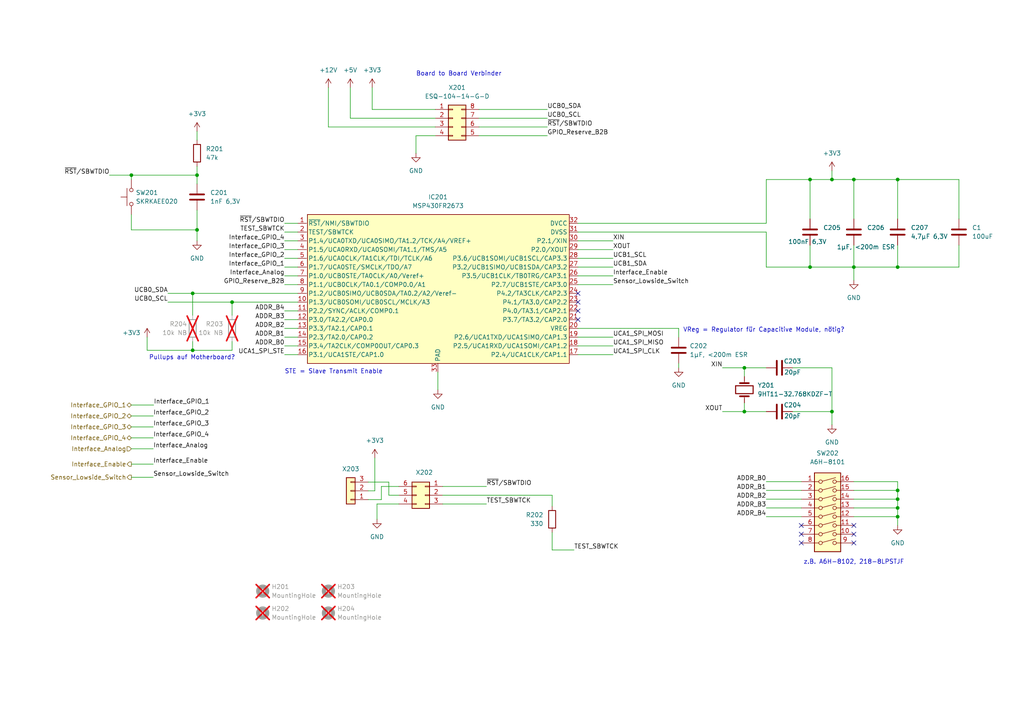
<source format=kicad_sch>
(kicad_sch (version 20250114) (generator "eeschema") (generator_version "9.0")
  (paper "A4")
  (lib_symbols
    (symbol "Connector_Generic:Conn_01x03" (pin_names (offset 1.016) (hide yes))
      (property "Reference" "J" (at 0 5.08 0))
      (property "Value" "Conn_01x03" (at 0 -5.08 0))
      (symbol "Conn_01x03_1_1"
        (rectangle (start -1.27 3.81) (end 1.27 -3.81) (stroke (width 0.254)) (fill (type background)))
        (rectangle (start -1.27 2.667) (end 0 2.413) (stroke (width 0.1524)))
        (rectangle (start -1.27 0.127) (end 0 -0.127) (stroke (width 0.1524)))
        (rectangle (start -1.27 -2.413) (end 0 -2.667) (stroke (width 0.1524)))
        (pin passive line (at -5.08 2.54 0) (length 3.81) (name "Pin_1") (number "1"))
        (pin passive line (at -5.08 0 0) (length 3.81) (name "Pin_2") (number "2"))
        (pin passive line (at -5.08 -2.54 0) (length 3.81) (name "Pin_3") (number "3"))
      )
    )
    (symbol "Connector_Generic:Conn_02x03_Counter_Clockwise" (pin_names (offset 1.016) (hide yes))
      (property "Reference" "J" (at 1.27 5.08 0))
      (property "Value" "Conn_02x03_Counter_Clockwise" (at 1.27 -5.08 0))
      (symbol "Conn_02x03_Counter_Clockwise_1_1"
        (rectangle (start -1.27 3.81) (end 3.81 -3.81) (stroke (width 0.254)) (fill (type background)))
        (rectangle (start -1.27 2.667) (end 0 2.413) (stroke (width 0.1524)))
        (rectangle (start -1.27 0.127) (end 0 -0.127) (stroke (width 0.1524)))
        (rectangle (start -1.27 -2.413) (end 0 -2.667) (stroke (width 0.1524)))
        (rectangle (start 3.81 2.667) (end 2.54 2.413) (stroke (width 0.1524)))
        (rectangle (start 3.81 0.127) (end 2.54 -0.127) (stroke (width 0.1524)))
        (rectangle (start 3.81 -2.413) (end 2.54 -2.667) (stroke (width 0.1524)))
        (pin passive line (at -5.08 2.54 0) (length 3.81) (name "Pin_1") (number "1"))
        (pin passive line (at -5.08 0 0) (length 3.81) (name "Pin_2") (number "2"))
        (pin passive line (at -5.08 -2.54 0) (length 3.81) (name "Pin_3") (number "3"))
        (pin passive line (at 7.62 2.54 180) (length 3.81) (name "Pin_6") (number "6"))
        (pin passive line (at 7.62 0 180) (length 3.81) (name "Pin_5") (number "5"))
        (pin passive line (at 7.62 -2.54 180) (length 3.81) (name "Pin_4") (number "4"))
      )
    )
    (symbol "Connector_Generic:Conn_02x04_Counter_Clockwise" (pin_names (offset 1.016) (hide yes))
      (property "Reference" "J" (at 1.27 5.08 0))
      (property "Value" "Conn_02x04_Counter_Clockwise" (at 1.27 -7.62 0))
      (symbol "Conn_02x04_Counter_Clockwise_1_1"
        (rectangle (start -1.27 3.81) (end 3.81 -6.35) (stroke (width 0.254)) (fill (type background)))
        (rectangle (start -1.27 2.667) (end 0 2.413) (stroke (width 0.1524)))
        (rectangle (start -1.27 0.127) (end 0 -0.127) (stroke (width 0.1524)))
        (rectangle (start -1.27 -2.413) (end 0 -2.667) (stroke (width 0.1524)))
        (rectangle (start -1.27 -4.953) (end 0 -5.207) (stroke (width 0.1524)))
        (rectangle (start 3.81 2.667) (end 2.54 2.413) (stroke (width 0.1524)))
        (rectangle (start 3.81 0.127) (end 2.54 -0.127) (stroke (width 0.1524)))
        (rectangle (start 3.81 -2.413) (end 2.54 -2.667) (stroke (width 0.1524)))
        (rectangle (start 3.81 -4.953) (end 2.54 -5.207) (stroke (width 0.1524)))
        (pin passive line (at -5.08 2.54 0) (length 3.81) (name "Pin_1") (number "1"))
        (pin passive line (at -5.08 0 0) (length 3.81) (name "Pin_2") (number "2"))
        (pin passive line (at -5.08 -2.54 0) (length 3.81) (name "Pin_3") (number "3"))
        (pin passive line (at -5.08 -5.08 0) (length 3.81) (name "Pin_4") (number "4"))
        (pin passive line (at 7.62 2.54 180) (length 3.81) (name "Pin_8") (number "8"))
        (pin passive line (at 7.62 0 180) (length 3.81) (name "Pin_7") (number "7"))
        (pin passive line (at 7.62 -2.54 180) (length 3.81) (name "Pin_6") (number "6"))
        (pin passive line (at 7.62 -5.08 180) (length 3.81) (name "Pin_5") (number "5"))
      )
    )
    (symbol "Device:C" (pin_numbers (hide yes)) (pin_names (offset 0.254))
      (property "Reference" "C" (at 0.635 2.54 0))
      (property "Value" "C" (at 0.635 -2.54 0))
      (symbol "C_0_1"
        (polyline (pts (xy -2.032 0.762) (xy 2.032 0.762)) (stroke (width 0.508)))
        (polyline (pts (xy -2.032 -0.762) (xy 2.032 -0.762)) (stroke (width 0.508)))
      )
      (symbol "C_1_1"
        (pin passive line (at 0 3.81 270) (length 2.794) (name "~") (number "1"))
        (pin passive line (at 0 -3.81 90) (length 2.794) (name "~") (number "2"))
      )
    )
    (symbol "Device:Crystal" (pin_numbers (hide yes)) (pin_names (offset 1.016) (hide yes))
      (property "Reference" "Y" (at 0 3.81 0))
      (property "Value" "Crystal" (at 0 -3.81 0))
      (symbol "Crystal_0_1"
        (polyline (pts (xy -2.54 0) (xy -1.905 0)))
        (polyline (pts (xy -1.905 -1.27) (xy -1.905 1.27)) (stroke (width 0.508)))
        (rectangle (start -1.143 2.54) (end 1.143 -2.54) (stroke (width 0.3048)))
        (polyline (pts (xy 1.905 -1.27) (xy 1.905 1.27)) (stroke (width 0.508)))
        (polyline (pts (xy 2.54 0) (xy 1.905 0)))
      )
      (symbol "Crystal_1_1"
        (pin passive line (at -3.81 0 0) (length 1.27) (name "1") (number "1"))
        (pin passive line (at 3.81 0 180) (length 1.27) (name "2") (number "2"))
      )
    )
    (symbol "Device:R" (pin_numbers (hide yes)) (pin_names (offset 0))
      (property "Reference" "R" (at 2.032 0 90))
      (property "Value" "R" (at 0 0 90))
      (symbol "R_0_1"
        (rectangle (start -1.016 -2.54) (end 1.016 2.54) (stroke (width 0.254)))
      )
      (symbol "R_1_1"
        (pin passive line (at 0 3.81 270) (length 1.27) (name "~") (number "1"))
        (pin passive line (at 0 -3.81 90) (length 1.27) (name "~") (number "2"))
      )
    )
    (symbol "HER_Symbole:MSP430FR267*"
      (property "Reference" "U?" (at 39.42 2.54 0))
      (property "Value" "MSP430FR267*" (at 39.42 0 0))
      (symbol "MSP430FR267*_0_1"
        (rectangle (start 0.254 -2.54) (end 76.2 -45.72) (stroke (width 0.2)) (fill (type background)))
      )
      (symbol "MSP430FR267*_1_1"
        (pin bidirectional line (at -2.54 -5.08 0) (length 2.54) (name "~{RST}/NMI/SBWTDIO") (number "1"))
        (pin bidirectional line (at -2.54 -7.62 0) (length 2.54) (name "TEST/SBWTCK") (number "2"))
        (pin bidirectional line (at -2.54 -10.16 0) (length 2.54) (name "P1.4/UCA0TXD/UCA0SIMO/TA1.2/TCK/A4/VREF+") (number "3"))
        (pin bidirectional line (at -2.54 -12.7 0) (length 2.54) (name "P1.5/UCA0RXD/UCA0SOMI/TA1.1/TMS/A5") (number "4"))
        (pin bidirectional line (at -2.54 -15.24 0) (length 2.54) (name "P1.6/UCA0CLK/TA1CLK/TDI/TCLK/A6") (number "5"))
        (pin bidirectional line (at -2.54 -17.78 0) (length 2.54) (name "P1.7/UCA0STE/SMCLK/TDO/A7") (number "6"))
        (pin bidirectional line (at -2.54 -20.32 0) (length 2.54) (name "P1.0/UCB0STE/TA0CLK/A0/Veref+") (number "7"))
        (pin bidirectional line (at -2.54 -22.86 0) (length 2.54) (name "P1.1/UCB0CLK/TA0.1/COMP0.0/A1") (number "8"))
        (pin bidirectional line (at -2.54 -25.4 0) (length 2.54) (name "P1.2/UCB0SIMO/UCB0SDA/TA0.2/A2/Veref-") (number "9"))
        (pin bidirectional line (at -2.54 -27.94 0) (length 2.54) (name "P1.3/UCB0SOMI/UCB0SCL/MCLK/A3") (number "10"))
        (pin bidirectional line (at -2.54 -30.48 0) (length 2.54) (name "P2.2/SYNC/ACLK/COMP0.1") (number "11"))
        (pin bidirectional line (at -2.54 -33.02 0) (length 2.54) (name "P3.0/TA2.2/CAP0.0") (number "12"))
        (pin bidirectional line (at -2.54 -35.56 0) (length 2.54) (name "P3.3/TA2.1/CAP0.1") (number "13"))
        (pin bidirectional line (at -2.54 -38.1 0) (length 2.54) (name "P2.3/TA2.0/CAP0.2") (number "14"))
        (pin bidirectional line (at -2.54 -40.64 0) (length 2.54) (name "P3.4/TA2CLK/COMP0OUT/CAP0.3") (number "15"))
        (pin bidirectional line (at -2.54 -43.18 0) (length 2.54) (name "P3.1/UCA1STE/CAP1.0") (number "16"))
        (pin power_in line (at 38.1 -48.26 90) (length 2.54) (name "PAD") (number "33"))
        (pin power_in line (at 78.74 -5.08 180) (length 2.54) (name "DVCC") (number "32"))
        (pin power_in line (at 78.74 -7.62 180) (length 2.54) (name "DVSS") (number "31"))
        (pin bidirectional line (at 78.74 -10.16 180) (length 2.54) (name "P2.1/XIN") (number "30"))
        (pin bidirectional line (at 78.74 -12.7 180) (length 2.54) (name "P2.0/XOUT") (number "29"))
        (pin bidirectional line (at 78.74 -15.24 180) (length 2.54) (name "P3.6/UCB1SOMI/UCB1SCL/CAP3.3") (number "28"))
        (pin bidirectional line (at 78.74 -17.78 180) (length 2.54) (name "P3.2/UCB1SIMO/UCB1SDA/CAP3.2") (number "27"))
        (pin bidirectional line (at 78.74 -20.32 180) (length 2.54) (name "P3.5/UCB1CLK/TB0TRG/CAP3.1") (number "26"))
        (pin bidirectional line (at 78.74 -22.86 180) (length 2.54) (name "P2.7/UCB1STE/CAP3.0") (number "25"))
        (pin bidirectional line (at 78.74 -25.4 180) (length 2.54) (name "P4.2/TA3CLK/CAP2.3") (number "24"))
        (pin bidirectional line (at 78.74 -27.94 180) (length 2.54) (name "P4.1/TA3.0/CAP2.2") (number "23"))
        (pin bidirectional line (at 78.74 -30.48 180) (length 2.54) (name "P4.0/TA3.1/CAP2.1") (number "22"))
        (pin bidirectional line (at 78.74 -33.02 180) (length 2.54) (name "P3.7/TA3.2/CAP2.0") (number "21"))
        (pin bidirectional line (at 78.74 -35.56 180) (length 2.54) (name "VREG") (number "20"))
        (pin bidirectional line (at 78.74 -38.1 180) (length 2.54) (name "P2.6/UCA1TXD/UCA1SIMO/CAP1.3") (number "19"))
        (pin bidirectional line (at 78.74 -40.64 180) (length 2.54) (name "P2.5/UCA1RXD/UCA1SOMI/CAP1.2") (number "18"))
        (pin bidirectional line (at 78.74 -43.18 180) (length 2.54) (name "P2.4/UCA1CLK/CAP1.1") (number "17"))
      )
    )
    (symbol "Mechanical:MountingHole" (pin_names (offset 1.016))
      (property "Reference" "H" (at 0 5.08 0))
      (property "Value" "MountingHole" (at 0 3.175 0))
      (symbol "MountingHole_0_1"
        (circle (center 0 0) (radius 1.27) (stroke (width 1.27)))
      )
    )
    (symbol "Switch:SW_DIP_x08" (pin_names (offset 0) (hide yes))
      (property "Reference" "SW" (at 0 13.97 0))
      (property "Value" "SW_DIP_x08" (at 0 -11.43 0))
      (symbol "SW_DIP_x08_0_0"
        (circle (center -2.032 10.16) (radius 0.508))
        (circle (center -2.032 7.62) (radius 0.508))
        (circle (center -2.032 5.08) (radius 0.508))
        (circle (center -2.032 2.54) (radius 0.508))
        (circle (center -2.032 0) (radius 0.508))
        (circle (center -2.032 -2.54) (radius 0.508))
        (circle (center -2.032 -5.08) (radius 0.508))
        (circle (center -2.032 -7.62) (radius 0.508))
        (polyline (pts (xy -1.524 10.287) (xy 2.3622 11.3284)))
        (polyline (pts (xy -1.524 7.747) (xy 2.3622 8.7884)))
        (polyline (pts (xy -1.524 5.207) (xy 2.3622 6.2484)))
        (polyline (pts (xy -1.524 2.667) (xy 2.3622 3.7084)))
        (polyline (pts (xy -1.524 0.127) (xy 2.3622 1.1684)))
        (polyline (pts (xy -1.524 -2.3876) (xy 2.3622 -1.3462)))
        (polyline (pts (xy -1.524 -4.9276) (xy 2.3622 -3.8862)))
        (polyline (pts (xy -1.524 -7.4676) (xy 2.3622 -6.4262)))
        (circle (center 2.032 10.16) (radius 0.508))
        (circle (center 2.032 7.62) (radius 0.508))
        (circle (center 2.032 5.08) (radius 0.508))
        (circle (center 2.032 2.54) (radius 0.508))
        (circle (center 2.032 0) (radius 0.508))
        (circle (center 2.032 -2.54) (radius 0.508))
        (circle (center 2.032 -5.08) (radius 0.508))
        (circle (center 2.032 -7.62) (radius 0.508))
      )
      (symbol "SW_DIP_x08_0_1"
        (rectangle (start -3.81 12.7) (end 3.81 -10.16) (stroke (width 0.254)) (fill (type background)))
      )
      (symbol "SW_DIP_x08_1_1"
        (pin passive line (at -7.62 10.16 0) (length 5.08) (name "~") (number "1"))
        (pin passive line (at -7.62 7.62 0) (length 5.08) (name "~") (number "2"))
        (pin passive line (at -7.62 5.08 0) (length 5.08) (name "~") (number "3"))
        (pin passive line (at -7.62 2.54 0) (length 5.08) (name "~") (number "4"))
        (pin passive line (at -7.62 0 0) (length 5.08) (name "~") (number "5"))
        (pin passive line (at -7.62 -2.54 0) (length 5.08) (name "~") (number "6"))
        (pin passive line (at -7.62 -5.08 0) (length 5.08) (name "~") (number "7"))
        (pin passive line (at -7.62 -7.62 0) (length 5.08) (name "~") (number "8"))
        (pin passive line (at 7.62 10.16 180) (length 5.08) (name "~") (number "16"))
        (pin passive line (at 7.62 7.62 180) (length 5.08) (name "~") (number "15"))
        (pin passive line (at 7.62 5.08 180) (length 5.08) (name "~") (number "14"))
        (pin passive line (at 7.62 2.54 180) (length 5.08) (name "~") (number "13"))
        (pin passive line (at 7.62 0 180) (length 5.08) (name "~") (number "12"))
        (pin passive line (at 7.62 -2.54 180) (length 5.08) (name "~") (number "11"))
        (pin passive line (at 7.62 -5.08 180) (length 5.08) (name "~") (number "10"))
        (pin passive line (at 7.62 -7.62 180) (length 5.08) (name "~") (number "9"))
      )
    )
    (symbol "Switch:SW_Push" (pin_numbers (hide yes)) (pin_names (offset 1.016) (hide yes))
      (property "Reference" "SW" (at 1.27 2.54 0))
      (property "Value" "SW_Push" (at 0 -1.524 0))
      (symbol "SW_Push_0_1"
        (circle (center -2.032 0) (radius 0.508))
        (polyline (pts (xy 0 1.27) (xy 0 3.048)))
        (circle (center 2.032 0) (radius 0.508))
        (polyline (pts (xy 2.54 1.27) (xy -2.54 1.27)))
        (pin passive line (at -5.08 0 0) (length 2.54) (name "1") (number "1"))
        (pin passive line (at 5.08 0 180) (length 2.54) (name "2") (number "2"))
      )
    )
    (symbol "power:+12V" (power) (pin_names (offset 0))
      (property "Value" "+12V" (at 0 3.556 0))
      (symbol "+12V_0_1"
        (polyline (pts (xy -0.762 1.27) (xy 0 2.54)))
        (polyline (pts (xy 0 2.54) (xy 0.762 1.27)))
        (polyline (pts (xy 0 0) (xy 0 2.54)))
      )
      (symbol "+12V_1_1"
        (pin power_in line (at 0 0 90) (length 0) (hide yes) (name "+12V") (number "1"))
      )
    )
    (symbol "power:+3.3V" (power) (pin_names (offset 0))
      (property "Value" "+3.3V" (at 0 3.556 0))
      (symbol "+3.3V_0_1"
        (polyline (pts (xy -0.762 1.27) (xy 0 2.54)))
        (polyline (pts (xy 0 2.54) (xy 0.762 1.27)))
        (polyline (pts (xy 0 0) (xy 0 2.54)))
      )
      (symbol "+3.3V_1_1"
        (pin power_in line (at 0 0 90) (length 0) (hide yes) (name "+3V3") (number "1"))
      )
    )
    (symbol "power:+3V3" (power) (pin_names (offset 0))
      (property "Value" "+3V3" (at 0 3.556 0))
      (symbol "+3V3_0_1"
        (polyline (pts (xy -0.762 1.27) (xy 0 2.54)))
        (polyline (pts (xy 0 2.54) (xy 0.762 1.27)))
        (polyline (pts (xy 0 0) (xy 0 2.54)))
      )
      (symbol "+3V3_1_1"
        (pin power_in line (at 0 0 90) (length 0) (hide yes) (name "+3V3") (number "1"))
      )
    )
    (symbol "power:+5V" (power) (pin_names (offset 0))
      (property "Value" "+5V" (at 0 3.556 0))
      (symbol "+5V_0_1"
        (polyline (pts (xy -0.762 1.27) (xy 0 2.54)))
        (polyline (pts (xy 0 2.54) (xy 0.762 1.27)))
        (polyline (pts (xy 0 0) (xy 0 2.54)))
      )
      (symbol "+5V_1_1"
        (pin power_in line (at 0 0 90) (length 0) (hide yes) (name "+5V") (number "1"))
      )
    )
    (symbol "power:GND" (power) (pin_names (offset 0))
      (property "Value" "GND" (at 0 -3.81 0))
      (symbol "GND_0_1"
        (polyline (pts (xy 0 0) (xy 0 -1.27) (xy 1.27 -1.27) (xy 0 -2.54) (xy -1.27 -1.27) (xy 0 -1.27)))
      )
      (symbol "GND_1_1"
        (pin power_in line (at 0 0 270) (length 0) (hide yes) (name "GND") (number "1"))
      )
    )
  )
  (text "STE = Slave Transmit Enable" (at 82.55 108.585 0) (effects (font (size 1.27 1.27)) (justify left bottom)))
  (text "Pullups auf Motherboard?" (at 43.18 104.521 0) (effects (font (size 1.27 1.27)) (justify left bottom)))
  (text "Board to Board Verbinder\n" (at 120.65 22.225 0) (effects (font (size 1.27 1.27)) (justify left bottom)))
  (text "z.B. A6H-8102, 218-8LPSTJF\n" (at 233.045 163.83 0) (effects (font (size 1.27 1.27)) (justify left bottom)))
  (text "VReg = Regulator für Capacitive Module, nötig?" (at 198.12 96.52 0) (effects (font (size 1.27 1.27)) (justify left bottom)))
  (junction (at 260.35 147.32))
  (junction (at 234.95 52.07))
  (junction (at 57.15 66.675))
  (junction (at 67.31 87.63))
  (junction (at 241.3 52.07))
  (junction (at 215.9 119.38))
  (junction (at 260.35 142.24))
  (junction (at 57.15 50.8))
  (junction (at 38.1 50.8))
  (junction (at 260.35 149.86))
  (junction (at 241.3 119.38))
  (junction (at 260.35 52.07))
  (junction (at 234.95 77.47))
  (junction (at 260.35 144.78))
  (junction (at 55.88 85.09))
  (junction (at 260.35 77.47))
  (junction (at 55.88 101.6))
  (junction (at 215.9 106.68))
  (junction (at 247.65 52.07))
  (junction (at 247.65 77.47))
  (no_connect (at 247.65 152.4))
  (no_connect (at 247.65 154.94))
  (no_connect (at 232.41 154.94))
  (no_connect (at 247.65 157.48))
  (no_connect (at 167.64 85.09))
  (no_connect (at 167.64 90.17))
  (no_connect (at 167.64 92.71))
  (no_connect (at 167.64 87.63))
  (no_connect (at 232.41 157.48))
  (no_connect (at 232.41 152.4))
  (wire (pts (xy 31.75 50.8) (xy 38.1 50.8)))
  (wire (pts (xy 138.938 34.29) (xy 158.75 34.29)))
  (wire (pts (xy 82.55 82.55) (xy 86.36 82.55)))
  (wire (pts (xy 42.6721 97.79) (xy 42.6721 101.6)))
  (wire (pts (xy 55.88 85.09) (xy 86.36 85.09)))
  (wire (pts (xy 82.55 80.01) (xy 86.36 80.01)))
  (wire (pts (xy 126.238 31.75) (xy 107.95 31.75)))
  (wire (pts (xy 260.35 139.7) (xy 260.35 142.24)))
  (wire (pts (xy 101.6 25.4) (xy 101.6 34.29)))
  (wire (pts (xy 222.25 77.47) (xy 234.95 77.47)))
  (wire (pts (xy 55.88 99.06) (xy 55.88 101.6)))
  (wire (pts (xy 82.55 77.47) (xy 86.36 77.47)))
  (wire (pts (xy 234.95 52.07) (xy 241.3 52.07)))
  (wire (pts (xy 247.65 142.24) (xy 260.35 142.24)))
  (wire (pts (xy 167.64 69.85) (xy 177.8 69.85)))
  (wire (pts (xy 232.41 147.32) (xy 222.25 147.32)))
  (wire (pts (xy 260.35 52.07) (xy 260.35 63.5)))
  (wire (pts (xy 128.397 146.177) (xy 141.097 146.177)))
  (wire (pts (xy 247.65 52.07) (xy 247.65 63.5)))
  (wire (pts (xy 126.238 34.29) (xy 101.6 34.29)))
  (wire (pts (xy 232.41 139.7) (xy 222.25 139.7)))
  (wire (pts (xy 48.7045 85.09) (xy 55.88 85.09)))
  (wire (pts (xy 115.697 146.177) (xy 109.347 146.177)))
  (wire (pts (xy 196.85 95.25) (xy 196.85 97.79)))
  (wire (pts (xy 138.938 39.37) (xy 158.75 39.37)))
  (wire (pts (xy 167.64 77.47) (xy 177.8 77.47)))
  (wire (pts (xy 120.65 39.37) (xy 120.65 44.45)))
  (wire (pts (xy 278.13 63.5) (xy 278.13 52.07)))
  (wire (pts (xy 232.41 149.86) (xy 222.25 149.86)))
  (wire (pts (xy 138.938 31.75) (xy 158.75 31.75)))
  (wire (pts (xy 260.35 147.32) (xy 260.35 149.86)))
  (wire (pts (xy 82.55 97.79) (xy 86.36 97.79)))
  (wire (pts (xy 215.9 119.38) (xy 222.25 119.38)))
  (wire (pts (xy 57.15 66.675) (xy 57.15 69.85)))
  (wire (pts (xy 278.13 71.12) (xy 278.13 77.47)))
  (wire (pts (xy 82.55 67.31) (xy 86.36 67.31)))
  (wire (pts (xy 247.65 77.47) (xy 234.95 77.47)))
  (wire (pts (xy 167.64 64.77) (xy 222.25 64.77)))
  (wire (pts (xy 241.3 119.38) (xy 241.3 123.19)))
  (wire (pts (xy 67.31 87.63) (xy 67.31 91.44)))
  (wire (pts (xy 48.7045 87.63) (xy 67.31 87.63)))
  (wire (pts (xy 110.617 141.097) (xy 110.617 144.907)))
  (wire (pts (xy 247.65 52.07) (xy 260.35 52.07)))
  (wire (pts (xy 260.35 77.47) (xy 247.65 77.47)))
  (wire (pts (xy 106.807 139.827) (xy 112.776 139.827)))
  (wire (pts (xy 82.55 64.77) (xy 86.36 64.77)))
  (wire (pts (xy 222.25 64.77) (xy 222.25 52.07)))
  (wire (pts (xy 160.147 143.637) (xy 128.397 143.637)))
  (wire (pts (xy 82.55 72.39) (xy 86.36 72.39)))
  (wire (pts (xy 38.1 130.175) (xy 44.45 130.175)))
  (wire (pts (xy 260.35 149.86) (xy 260.35 152.4)))
  (wire (pts (xy 247.65 77.47) (xy 247.65 81.28)))
  (wire (pts (xy 38.1 120.65) (xy 44.45 120.65)))
  (wire (pts (xy 260.35 144.78) (xy 260.35 147.32)))
  (wire (pts (xy 38.1 127) (xy 44.45 127)))
  (wire (pts (xy 82.55 74.93) (xy 86.36 74.93)))
  (wire (pts (xy 38.1 123.825) (xy 44.45 123.825)))
  (wire (pts (xy 167.64 95.25) (xy 196.85 95.25)))
  (wire (pts (xy 106.807 142.367) (xy 108.712 142.367)))
  (wire (pts (xy 222.25 67.31) (xy 222.25 77.47)))
  (wire (pts (xy 127 107.95) (xy 127 113.03)))
  (wire (pts (xy 241.3 49.53) (xy 241.3 52.07)))
  (wire (pts (xy 167.64 102.87) (xy 177.8 102.87)))
  (wire (pts (xy 55.88 85.09) (xy 55.88 91.44)))
  (wire (pts (xy 241.3 106.68) (xy 241.3 119.38)))
  (wire (pts (xy 247.65 139.7) (xy 260.35 139.7)))
  (wire (pts (xy 107.95 25.4) (xy 107.95 31.75)))
  (wire (pts (xy 247.65 77.47) (xy 247.65 71.12)))
  (wire (pts (xy 167.64 72.39) (xy 177.8 72.39)))
  (wire (pts (xy 247.65 147.32) (xy 260.35 147.32)))
  (wire (pts (xy 82.55 92.71) (xy 86.36 92.71)))
  (wire (pts (xy 167.64 100.33) (xy 177.8 100.33)))
  (wire (pts (xy 38.1 117.475) (xy 44.577 117.475)))
  (wire (pts (xy 126.238 39.37) (xy 120.65 39.37)))
  (wire (pts (xy 229.87 106.68) (xy 241.3 106.68)))
  (wire (pts (xy 166.497 159.512) (xy 160.147 159.512)))
  (wire (pts (xy 160.147 143.637) (xy 160.147 146.812)))
  (wire (pts (xy 57.15 60.96) (xy 57.15 66.675)))
  (wire (pts (xy 115.697 141.097) (xy 110.617 141.097)))
  (wire (pts (xy 82.55 100.33) (xy 86.36 100.33)))
  (wire (pts (xy 38.1 66.675) (xy 57.15 66.675)))
  (wire (pts (xy 95.25 25.4) (xy 95.25 36.83)))
  (wire (pts (xy 86.36 90.17) (xy 82.55 90.17)))
  (wire (pts (xy 38.1 50.8) (xy 38.1 52.07)))
  (wire (pts (xy 110.617 144.907) (xy 106.807 144.907)))
  (wire (pts (xy 138.938 36.83) (xy 158.75 36.83)))
  (wire (pts (xy 260.35 71.12) (xy 260.35 77.47)))
  (wire (pts (xy 115.697 143.637) (xy 112.776 143.637)))
  (wire (pts (xy 38.1 138.43) (xy 44.45 138.43)))
  (wire (pts (xy 241.3 119.38) (xy 229.87 119.38)))
  (wire (pts (xy 260.35 77.47) (xy 278.13 77.47)))
  (wire (pts (xy 57.15 38.1) (xy 57.15 40.64)))
  (wire (pts (xy 57.15 48.26) (xy 57.15 50.8)))
  (wire (pts (xy 38.1 50.8) (xy 57.15 50.8)))
  (wire (pts (xy 109.347 146.177) (xy 109.347 150.622)))
  (wire (pts (xy 167.64 74.93) (xy 177.8 74.93)))
  (wire (pts (xy 232.41 142.24) (xy 222.25 142.24)))
  (wire (pts (xy 108.712 132.842) (xy 108.712 142.367)))
  (wire (pts (xy 38.1 62.23) (xy 38.1 66.675)))
  (wire (pts (xy 42.6721 101.6) (xy 55.88 101.6)))
  (wire (pts (xy 167.64 82.55) (xy 177.8 82.55)))
  (wire (pts (xy 55.88 101.6) (xy 67.3101 101.6)))
  (wire (pts (xy 222.25 52.07) (xy 234.95 52.07)))
  (wire (pts (xy 260.35 149.86) (xy 247.65 149.86)))
  (wire (pts (xy 167.64 97.79) (xy 177.8 97.79)))
  (wire (pts (xy 215.9 106.68) (xy 215.9 109.22)))
  (wire (pts (xy 260.35 142.24) (xy 260.35 144.78)))
  (wire (pts (xy 112.776 139.827) (xy 112.776 143.637)))
  (wire (pts (xy 241.3 52.07) (xy 247.65 52.07)))
  (wire (pts (xy 167.64 67.31) (xy 222.25 67.31)))
  (wire (pts (xy 209.55 106.68) (xy 215.9 106.68)))
  (wire (pts (xy 126.238 36.83) (xy 95.25 36.83)))
  (wire (pts (xy 209.55 119.38) (xy 215.9 119.38)))
  (wire (pts (xy 215.9 116.84) (xy 215.9 119.38)))
  (wire (pts (xy 278.13 52.07) (xy 260.35 52.07)))
  (wire (pts (xy 82.55 102.87) (xy 86.36 102.87)))
  (wire (pts (xy 82.55 95.25) (xy 86.36 95.25)))
  (wire (pts (xy 167.64 80.01) (xy 177.8 80.01)))
  (wire (pts (xy 160.147 154.432) (xy 160.147 159.512)))
  (wire (pts (xy 260.35 144.78) (xy 247.65 144.78)))
  (wire (pts (xy 38.1 134.62) (xy 44.45 134.62)))
  (wire (pts (xy 67.31 99.06) (xy 67.3101 101.6)))
  (wire (pts (xy 141.097 141.097) (xy 128.397 141.097)))
  (wire (pts (xy 82.55 69.85) (xy 86.36 69.85)))
  (wire (pts (xy 196.85 105.41) (xy 196.85 106.68)))
  (wire (pts (xy 234.95 77.47) (xy 234.95 71.12)))
  (wire (pts (xy 57.15 50.8) (xy 57.15 53.34)))
  (wire (pts (xy 232.41 144.78) (xy 222.25 144.78)))
  (wire (pts (xy 67.31 87.63) (xy 86.36 87.63)))
  (wire (pts (xy 215.9 106.68) (xy 222.25 106.68)))
  (wire (pts (xy 234.95 52.07) (xy 234.95 63.5)))
  (label "XIN" (at 177.8 69.85 0))
  (label "Interface_Analog" (at 44.45 130.175 0))
  (label "Sensor_Lowside_Switch" (at 44.45 138.43 0))
  (label "UCA1_SPI_STE" (at 82.55 102.87 180))
  (label "Interface_GPIO_1" (at 82.55 77.47 180))
  (label "Interface_Enable" (at 177.8 80.01 0))
  (label "UCB0_SDA" (at 48.7045 85.09 180))
  (label "Interface_GPIO_3" (at 44.45 123.825 0))
  (label "Interface_GPIO_4" (at 82.55 69.85 180))
  (label "ADDR_B0" (at 82.55 100.33 180))
  (label "XOUT" (at 209.55 119.38 180))
  (label "~{RST}{slash}SBWTDIO" (at 31.75 50.8 180))
  (label "Interface_Analog" (at 82.55 80.01 180))
  (label "UCB0_SDA" (at 158.75 31.75 0))
  (label "~{RST}{slash}SBWTDIO" (at 158.75 36.83 0))
  (label "Interface_GPIO_4" (at 44.45 127 0))
  (label "ADDR_B2" (at 82.55 95.25 180))
  (label "UCB1_SCL" (at 177.8 74.93 0))
  (label "Interface_GPIO_1" (at 44.577 117.475 0))
  (label "ADDR_B0" (at 222.25 139.7 180))
  (label "TEST_SBWTCK" (at 82.55 67.31 180))
  (label "~{RST}{slash}SBWTDIO" (at 141.097 141.097 0))
  (label "Interface_GPIO_3" (at 82.55 72.39 180))
  (label "UCB1_SDA" (at 177.8 77.47 0))
  (label "GPIO_Reserve_B2B" (at 158.75 39.37 0))
  (label "ADDR_B3" (at 82.55 92.71 180))
  (label "UCB0_SCL" (at 158.75 34.29 0))
  (label "Interface_Enable" (at 44.45 134.62 0))
  (label "GPIO_Reserve_B2B" (at 82.55 82.55 180))
  (label "~{RST}{slash}SBWTDIO" (at 82.55 64.77 180))
  (label "TEST_SBWTCK" (at 166.497 159.512 0))
  (label "Interface_GPIO_2" (at 44.45 120.65 0))
  (label "Sensor_Lowside_Switch" (at 177.8 82.55 0))
  (label "UCA1_SPI_MISO" (at 177.8 100.33 0))
  (label "ADDR_B2" (at 222.25 144.78 180))
  (label "Interface_GPIO_2" (at 82.55 74.93 180))
  (label "ADDR_B1" (at 82.55 97.79 180))
  (label "XOUT" (at 177.8 72.39 0))
  (label "ADDR_B4" (at 222.25 149.86 180))
  (label "ADDR_B3" (at 222.25 147.32 180))
  (label "UCB0_SCL" (at 48.7045 87.63 180))
  (label "UCA1_SPI_MOSI" (at 177.8 97.79 0))
  (label "XIN" (at 209.55 106.68 180))
  (label "TEST_SBWTCK" (at 141.097 146.177 0))
  (label "UCA1_SPI_CLK" (at 177.8 102.87 0))
  (label "ADDR_B1" (at 222.25 142.24 180))
  (label "ADDR_B4" (at 82.55 90.17 180))
  (hierarchical_label "Interface_GPIO_4" (shape bidirectional) (at 38.1 127 180))
  (hierarchical_label "Interface_GPIO_1" (shape bidirectional) (at 38.1 117.475 180))
  (hierarchical_label "Interface_GPIO_2" (shape bidirectional) (at 38.1 120.65 180))
  (hierarchical_label "Interface_GPIO_3" (shape bidirectional) (at 38.1 123.825 180))
  (hierarchical_label "Interface_Enable" (shape output) (at 38.1 134.62 180))
  (hierarchical_label "Interface_Analog" (shape input) (at 38.1 130.175 180))
  (hierarchical_label "Sensor_Lowside_Switch" (shape output) (at 38.1 138.43 180))
  (symbol (lib_id "power:+3V3") (at 42.6721 97.79 0) (unit 1)
    (property "Reference" "#PWR0211" (effects (hide yes)))
    (property "Value" "+3V3" (at 40.7671 96.5199 0) (effects (justify right)))
  )
  (symbol (lib_id "Switch:SW_Push") (at 38.1 57.15 90) (unit 1)
    (property "Reference" "SW201" (at 39.37 55.8799 90) (effects (justify right)))
    (property "Value" "SKRKAEE020" (at 39.37 58.4199 90) (effects (justify right)))
    (property "Footprint" "Button_Switch_SMD:SW_Push_SPST_NO_Alps_SKRK" (effects (hide yes)))
    (property "eurocircuits_MPN" "SKRKAEE020" (effects (hide yes)))
  )
  (symbol (lib_id "Device:C") (at 226.06 106.68 90) (unit 1)
    (property "Reference" "C203" (at 229.87 104.775 90))
    (property "Value" "20pF" (at 229.87 107.95 90))
    (property "Footprint" "Capacitor_SMD:C_0603_1608Metric_Pad1.08x0.95mm_HandSolder" (effects (hide yes)))
    (property "eurocircuits_MPN" "CL10C200JB8NNNC" (effects (hide yes)))
  )
  (symbol (lib_id "Switch:SW_DIP_x08") (at 240.03 149.86 0) (unit 1)
    (property "Reference" "SW202" (at 240.03 131.445 0))
    (property "Value" "A6H-8101" (at 240.03 133.985 0))
    (property "Footprint" "Button_Switch_SMD:SW_DIP_SPSTx08_Slide_Omron_A6H-8101_W6.15mm_P1.27mm" (effects (hide yes)))
    (property "Bauteil" "A6H-8102" (effects (hide yes)))
    (property "eurocircuits_MPN" "A6H-8101" (effects (hide yes)))
  )
  (symbol (lib_id "power:+3.3V") (at 108.712 132.842 0) (mirror y) (unit 1)
    (property "Reference" "#PWR0209" (effects (hide yes)))
    (property "Value" "+3V3" (at 108.712 127.762 0))
  )
  (symbol (lib_id "power:GND") (at 109.347 150.622 0) (mirror y) (unit 1)
    (property "Reference" "#PWR0208" (effects (hide yes)))
    (property "Value" "GND" (at 109.347 155.702 0))
  )
  (symbol (lib_id "Device:C") (at 226.06 119.38 90) (unit 1)
    (property "Reference" "C204" (at 229.87 117.475 90))
    (property "Value" "20pF" (at 229.87 120.65 90))
    (property "Footprint" "Capacitor_SMD:C_0603_1608Metric_Pad1.08x0.95mm_HandSolder" (effects (hide yes)))
    (property "eurocircuits_MPN" "CL10C200JB8NNNC" (effects (hide yes)))
  )
  (symbol (lib_id "Device:C") (at 247.65 67.31 0) (unit 1)
    (property "Reference" "C206" (at 251.46 66.0399 0) (effects (justify left)))
    (property "Value" "1µF, <200m ESR" (at 242.697 71.628 0) (effects (justify left)))
    (property "Footprint" "Capacitor_SMD:C_0603_1608Metric_Pad1.08x0.95mm_HandSolder" (effects (hide yes)))
    (property "eurocircuits_MPN" "CL10A105KB8NNNC" (effects (hide yes)))
  )
  (symbol (lib_id "power:GND") (at 241.3 123.19 0) (unit 1)
    (property "Reference" "#PWR0213" (effects (hide yes)))
    (property "Value" "GND" (at 241.3 128.27 0))
  )
  (symbol (lib_id "Device:C") (at 196.85 101.6 0) (unit 1)
    (property "Reference" "C202" (at 200.025 100.3299 0) (effects (justify left)))
    (property "Value" "1µF, <200m ESR" (at 200.025 102.8699 0) (effects (justify left)))
    (property "Footprint" "Capacitor_SMD:C_0603_1608Metric_Pad1.08x0.95mm_HandSolder" (effects (hide yes)))
    (property "eurocircuits_MPN" "CL10A105KB8NNNC" (effects (hide yes)))
  )
  (symbol (lib_id "power:GND") (at 247.65 81.28 0) (unit 1)
    (property "Reference" "#PWR0214" (effects (hide yes)))
    (property "Value" "GND" (at 247.65 86.36 0))
  )
  (symbol (lib_id "Device:C") (at 260.35 67.31 0) (unit 1)
    (property "Reference" "C207" (at 264.16 66.0399 0) (effects (justify left)))
    (property "Value" "4,7µF 6,3V" (at 264.16 68.5799 0) (effects (justify left)))
    (property "Footprint" "Capacitor_SMD:C_0603_1608Metric_Pad1.08x0.95mm_HandSolder" (effects (hide yes)))
    (property "eurocircuits_MPN" "CL10A475KP8NNNC" (effects (hide yes)))
  )
  (symbol (lib_id "Mechanical:MountingHole") (at 76.2 171.45 0) (unit 1) (dnp yes)
    (property "Reference" "H201" (at 78.74 170.1799 0) (effects (justify left)))
    (property "Value" "MountingHole" (at 78.74 172.7199 0) (effects (justify left)))
    (property "Footprint" "MountingHole:MountingHole_2.7mm_M2.5" (effects (hide yes)))
  )
  (symbol (lib_id "power:GND") (at 260.35 152.4 0) (unit 1)
    (property "Reference" "#PWR0215" (effects (hide yes)))
    (property "Value" "GND" (at 260.35 157.48 0))
  )
  (symbol (lib_id "power:GND") (at 57.15 69.85 0) (unit 1)
    (property "Reference" "#PWR0202" (effects (hide yes)))
    (property "Value" "GND" (at 57.15 74.93 0))
  )
  (symbol (lib_id "Connector_Generic:Conn_02x04_Counter_Clockwise") (at 131.318 34.29 0) (unit 1)
    (property "Reference" "X201" (at 132.588 25.4 0))
    (property "Value" "ESQ-104-14-G-D" (at 132.588 27.94 0))
    (property "Footprint" "Connector_PinSocket_2.54mm:PinSocket_2x04_P2.54mm_Vertical" (effects (hide yes)))
    (property "eurocircuits_MPN" "ESQ-104-13-G-D" (effects (hide yes)))
  )
  (symbol (lib_id "power:+12V") (at 95.25 25.4 0) (unit 1)
    (property "Reference" "#PWR0203" (effects (hide yes)))
    (property "Value" "+12V" (at 95.25 20.32 0))
  )
  (symbol (lib_id "Device:C") (at 57.15 57.15 0) (unit 1)
    (property "Reference" "C201" (at 60.96 55.8799 0) (effects (justify left)))
    (property "Value" "1nF 6,3V" (at 60.96 58.4199 0) (effects (justify left)))
    (property "Footprint" "Capacitor_SMD:C_0603_1608Metric_Pad1.08x0.95mm_HandSolder" (effects (hide yes)))
    (property "eurocircuits_MPN" "CL10B102KB8NNNC" (effects (hide yes)))
  )
  (symbol (lib_id "power:+3.3V") (at 107.95 25.4 0) (unit 1)
    (property "Reference" "#PWR0205" (effects (hide yes)))
    (property "Value" "+3V3" (at 107.95 20.32 0))
  )
  (symbol (lib_id "Device:R") (at 67.31 95.25 0) (mirror y) (unit 1) (dnp yes)
    (property "Reference" "R203" (at 64.77 93.9799 0) (effects (justify left)))
    (property "Value" "10k NB" (at 64.77 96.5199 0) (effects (justify left)))
    (property "Footprint" "Resistor_SMD:R_0603_1608Metric_Pad0.98x0.95mm_HandSolder" (effects (hide yes)))
  )
  (symbol (lib_id "Device:R") (at 57.15 44.45 0) (unit 1)
    (property "Reference" "R201" (at 59.69 43.1799 0) (effects (justify left)))
    (property "Value" "47k" (at 59.69 45.7199 0) (effects (justify left)))
    (property "Footprint" "Resistor_SMD:R_0603_1608Metric_Pad0.98x0.95mm_HandSolder" (effects (hide yes)))
    (property "eurocircuits_MPN" "RC0603FR-0747KL" (effects (hide yes)))
  )
  (symbol (lib_id "Device:R") (at 55.88 95.25 0) (mirror y) (unit 1) (dnp yes)
    (property "Reference" "R204" (at 54.2925 93.98 0) (effects (justify left)))
    (property "Value" "10k NB" (at 54.2925 96.52 0) (effects (justify left)))
    (property "Footprint" "Resistor_SMD:R_0603_1608Metric_Pad0.98x0.95mm_HandSolder" (effects (hide yes)))
  )
  (symbol (lib_id "Device:C") (at 278.13 67.31 0) (unit 1)
    (property "Reference" "C1" (at 281.94 66.0399 0) (effects (justify left)))
    (property "Value" "100uF" (at 281.94 68.5799 0) (effects (justify left)))
    (property "Footprint" "Capacitor_SMD:C_0805_2012Metric_Pad1.18x1.45mm_HandSolder" (effects (hide yes)))
    (property "eurocircuits_MPN" "CL21A107MQYNNWE" (effects (hide yes)))
  )
  (symbol (lib_id "Device:C") (at 234.95 67.31 0) (unit 1)
    (property "Reference" "C205" (at 238.76 66.0399 0) (effects (justify left)))
    (property "Value" "100nF 6,3V" (at 228.6 70.104 0) (effects (justify left)))
    (property "Footprint" "Capacitor_SMD:C_0603_1608Metric_Pad1.08x0.95mm_HandSolder" (effects (hide yes)))
    (property "eurocircuits_MPN" "GPC0603104" (effects (hide yes)))
  )
  (symbol (lib_id "Connector_Generic:Conn_01x03") (at 101.727 142.367 180) (unit 1)
    (property "Reference" "X203" (at 101.727 136.017 0))
    (property "Value" "Conn_01x03" (effects (hide yes)))
    (property "Footprint" "Connector_PinHeader_2.54mm:PinHeader_1x03_P2.54mm_Vertical" (effects (hide yes)))
    (property "eurocircuits_MPN" "61300311121" (effects (hide yes)))
  )
  (symbol (lib_id "power:+5V") (at 101.6 25.4 0) (unit 1)
    (property "Reference" "#PWR0204" (effects (hide yes)))
    (property "Value" "+5V" (at 101.6 20.32 0))
  )
  (symbol (lib_id "Mechanical:MountingHole") (at 95.25 171.45 0) (unit 1) (dnp yes)
    (property "Reference" "H203" (at 97.79 170.1799 0) (effects (justify left)))
    (property "Value" "MountingHole" (at 97.79 172.7199 0) (effects (justify left)))
    (property "Footprint" "MountingHole:MountingHole_2.7mm_M2.5" (effects (hide yes)))
  )
  (symbol (lib_id "Mechanical:MountingHole") (at 95.25 177.8 0) (unit 1) (dnp yes)
    (property "Reference" "H204" (at 97.79 176.5299 0) (effects (justify left)))
    (property "Value" "MountingHole" (at 97.79 179.0699 0) (effects (justify left)))
    (property "Footprint" "MountingHole:MountingHole_2.7mm_M2.5" (effects (hide yes)))
  )
  (symbol (lib_id "power:+3V3") (at 241.3 49.53 0) (unit 1)
    (property "Reference" "#PWR0212" (effects (hide yes)))
    (property "Value" "+3V3" (at 241.3 44.45 0))
  )
  (symbol (lib_id "power:GND") (at 196.85 106.68 0) (unit 1)
    (property "Reference" "#PWR0210" (effects (hide yes)))
    (property "Value" "GND" (at 196.85 111.76 0))
  )
  (symbol (lib_id "Connector_Generic:Conn_02x03_Counter_Clockwise") (at 123.317 143.637 0) (mirror y) (unit 1)
    (property "Reference" "X202" (at 123.063 137.033 0))
    (property "Value" "Conn_02x03_Counter_Clockwise" (effects (hide yes)))
    (property "Footprint" "Connector_PinHeader_2.54mm:PinHeader_2x03_P2.54mm_Vertical" (effects (hide yes)))
    (property "eurocircuits_MPN" "PRT-12807" (effects (hide yes)))
  )
  (symbol (lib_id "power:GND") (at 127 113.03 0) (unit 1)
    (property "Reference" "#PWR0207" (effects (hide yes)))
    (property "Value" "GND" (at 127 118.11 0))
  )
  (symbol (lib_id "Device:Crystal") (at 215.9 113.03 90) (unit 1)
    (property "Reference" "Y201" (at 219.71 111.7599 90) (effects (justify right)))
    (property "Value" "9HT11-32.768KDZF-T" (at 219.71 114.2999 90) (effects (justify right)))
    (property "Footprint" "Crystal:Crystal_SMD_TXC_9HT11-2Pin_2.0x1.2mm_HandSoldering" (effects (hide yes)))
    (property "Bauteil" "9HT11-32.768KDZF-T" (effects (hide yes)))
    (property "eurocircuits_MPN" "9HT11-32.768KDZF-T" (effects (hide yes)))
  )
  (symbol (lib_id "Device:R") (at 160.147 150.622 0) (mirror y) (unit 1)
    (property "Reference" "R202" (at 157.607 149.3519 0) (effects (justify left)))
    (property "Value" "330" (at 157.607 151.8919 0) (effects (justify left)))
    (property "Footprint" "Resistor_SMD:R_0603_1608Metric_Pad0.98x0.95mm_HandSolder" (effects (hide yes)))
    (property "eurocircuits_MPN" "MCWR06X3300FTL" (effects (hide yes)))
  )
  (symbol (lib_id "power:+3V3") (at 57.15 38.1 0) (unit 1)
    (property "Reference" "#PWR0201" (effects (hide yes)))
    (property "Value" "+3V3" (at 57.15 33.02 0))
  )
  (symbol (lib_id "Mechanical:MountingHole") (at 76.2 177.8 0) (unit 1) (dnp yes)
    (property "Reference" "H202" (at 78.74 176.5299 0) (effects (justify left)))
    (property "Value" "MountingHole" (at 78.74 179.0699 0) (effects (justify left)))
    (property "Footprint" "MountingHole:MountingHole_2.7mm_M2.5" (effects (hide yes)))
  )
  (symbol (lib_id "HER_Symbole:MSP430FR267*") (at 88.9 59.69 0) (unit 1)
    (property "Reference" "IC201" (at 127.05 57.15 0))
    (property "Value" "MSP430FR2673" (at 127.05 59.69 0))
    (property "Footprint" "Package_DFN_QFN:VQFN-32-1EP_5x5mm_P0.5mm_EP3.5x3.5mm" (effects (hide yes)))
    (property "eurocircuits_MPN" "MSP430FR2673TRHBR" (effects (hide yes)))
  )
  (symbol (lib_id "power:GND") (at 120.65 44.45 0) (unit 1)
    (property "Reference" "#PWR0206" (effects (hide yes)))
    (property "Value" "GND" (at 120.65 49.53 0))
  )
)
</source>
